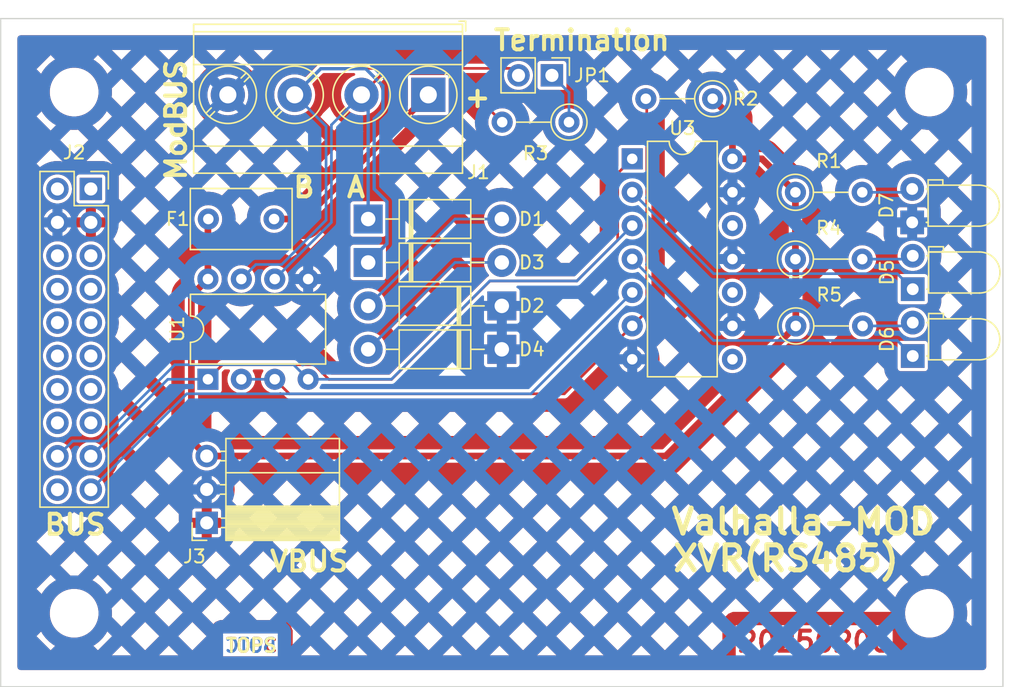
<source format=kicad_pcb>
(kicad_pcb (version 20240108) (generator "pcbnew") (generator_version "8.0")
  (title_block (title "Valhalla MOD PSU") (date "2025-01-06") (rev "1"))
  (layers (0 "F.Cu" signal) (31 "B.Cu" signal) (34 "B.Paste" user) (35 "F.Paste" user) (36 "B.SilkS" user "B.Silkscreen") (37 "F.SilkS" user "F.Silkscreen") (38 "B.Mask" user) (39 "F.Mask" user) (44 "Edge.Cuts" user))
  (net 0 "")
  (net 1 "/DGND")
  (net 2 "Net-(D1-A)")
  (net 3 "/RS485_N")
  (net 4 "/~{RTS}")
  (net 5 "Net-(D3-A)")
  (net 6 "/RS485_P")
  (net 7 "/RXDI")
  (net 8 "Net-(D5-K)")
  (net 9 "Net-(D5-A)")
  (net 10 "Net-(D6-K)")
  (net 11 "/DVCC")
  (net 12 "Net-(D6-A)")
  (net 13 "Net-(D7-A)")
  (net 14 "/LVCC")
  (net 15 "Net-(J1-Pin_1)")
  (net 17 "/TXDO")
  (net 32 "Net-(JP1-A)")
  (net 33 "Net-(U1-DE)")
  (footprint "Package_DIP:DIP-8_W7.62mm" (layer "F.Cu") (at 84.338 62.982 90)
    (property "Reference" "U1" (at 3.81 -2.33 90) (layer "F.SilkS"))
    (property "Value" "*1")
    (fp_line (start 6.46 -1.33) (end 4.81 -1.33) (stroke (width 0.12)) (layer "F.SilkS"))
    (fp_line (start 2.81 -1.33) (end 1.16 -1.33) (stroke (width 0.12)) (layer "F.SilkS"))
    (fp_line (start 1.16 -1.33) (end 1.16 8.95) (stroke (width 0.12)) (layer "F.SilkS"))
    (fp_line (start 6.46 8.95) (end 6.46 -1.33) (stroke (width 0.12)) (layer "F.SilkS"))
    (fp_line (start 1.16 8.95) (end 6.46 8.95) (stroke (width 0.12)) (layer "F.SilkS"))
    (fp_arc (start 4.81 -1.33) (mid 3.81 -0.33) (end 2.81 -1.33) (stroke (width 0.12)) (layer "F.SilkS"))
    (pad "1" thru_hole rect (at 0 0 90) (size 1.6 1.6) (drill 0.8) (layers "*.Cu" "*.Mask") (net 7 "/RXDI"))
    (pad "2" thru_hole oval (at 0 2.54 90) (size 1.6 1.6) (drill 0.8) (layers "*.Cu" "*.Mask") (net 33 "Net-(U1-DE)"))
    (pad "3" thru_hole oval (at 0 5.08 90) (size 1.6 1.6) (drill 0.8) (layers "*.Cu" "*.Mask") (net 33 "Net-(U1-DE)"))
    (pad "4" thru_hole oval (at 0 7.62 90) (size 1.6 1.6) (drill 0.8) (layers "*.Cu" "*.Mask") (net 17 "/TXDO"))
    (pad "5" thru_hole oval (at 7.62 7.62 90) (size 1.6 1.6) (drill 0.8) (layers "*.Cu" "*.Mask") (net 1 "/DGND"))
    (pad "6" thru_hole oval (at 7.62 5.08 90) (size 1.6 1.6) (drill 0.8) (layers "*.Cu" "*.Mask") (net 3 "/RS485_N"))
    (pad "7" thru_hole oval (at 7.62 2.54 90) (size 1.6 1.6) (drill 0.8) (layers "*.Cu" "*.Mask") (net 6 "/RS485_P"))
    (pad "8" thru_hole oval (at 7.62 0 90) (size 1.6 1.6) (drill 0.8) (layers "*.Cu" "*.Mask") (net 14 "/LVCC"))
  )
  (footprint "Package_DIP:DIP-14_W7.62mm" (layer "F.Cu") (at 116.596 46.223)
    (property "Reference" "U3" (at 3.81 -2.33 0) (layer "F.SilkS"))
    (property "Value" "74LS06")
    (fp_line (start 1.16 -1.33) (end 1.16 16.57) (stroke (width 0.12)) (layer "F.SilkS"))
    (fp_line (start 1.16 16.57) (end 6.46 16.57) (stroke (width 0.12)) (layer "F.SilkS"))
    (fp_line (start 2.81 -1.33) (end 1.16 -1.33) (stroke (width 0.12)) (layer "F.SilkS"))
    (fp_line (start 6.46 -1.33) (end 4.81 -1.33) (stroke (width 0.12)) (layer "F.SilkS"))
    (fp_line (start 6.46 16.57) (end 6.46 -1.33) (stroke (width 0.12)) (layer "F.SilkS"))
    (fp_arc (start 4.81 -1.33) (mid 3.81 -0.33) (end 2.81 -1.33) (stroke (width 0.12)) (layer "F.SilkS"))
    (pad "1" thru_hole rect (at 0 0) (size 1.6 1.6) (drill 0.8) (layers "*.Cu" "*.Mask") (net 7 "/RXDI"))
    (pad "2" thru_hole oval (at 0 2.54) (size 1.6 1.6) (drill 0.8) (layers "*.Cu" "*.Mask") (net 8 "Net-(D5-K)"))
    (pad "3" thru_hole oval (at 0 5.08) (size 1.6 1.6) (drill 0.8) (layers "*.Cu" "*.Mask") (net 17 "/TXDO"))
    (pad "4" thru_hole oval (at 0 7.62) (size 1.6 1.6) (drill 0.8) (layers "*.Cu" "*.Mask") (net 10 "Net-(D6-K)"))
    (pad "5" thru_hole oval (at 0 10.16) (size 1.6 1.6) (drill 0.8) (layers "*.Cu" "*.Mask") (net 4 "/~{RTS}"))
    (pad "6" thru_hole oval (at 0 12.7) (size 1.6 1.6) (drill 0.8) (layers "*.Cu" "*.Mask") (net 33 "Net-(U1-DE)"))
    (pad "7" thru_hole oval (at 0 15.24) (size 1.6 1.6) (drill 0.8) (layers "*.Cu" "*.Mask") (net 1 "/DGND"))
    (pad "8" thru_hole oval (at 7.62 15.24) (size 1.6 1.6) (drill 0.8) (layers "*.Cu" "*.Mask"))
    (pad "9" thru_hole oval (at 7.62 12.7) (size 1.6 1.6) (drill 0.8) (layers "*.Cu" "*.Mask") (net 1 "/DGND"))
    (pad "10" thru_hole oval (at 7.62 10.16) (size 1.6 1.6) (drill 0.8) (layers "*.Cu" "*.Mask"))
    (pad "11" thru_hole oval (at 7.62 7.62) (size 1.6 1.6) (drill 0.8) (layers "*.Cu" "*.Mask") (net 1 "/DGND"))
    (pad "12" thru_hole oval (at 7.62 5.08) (size 1.6 1.6) (drill 0.8) (layers "*.Cu" "*.Mask"))
    (pad "13" thru_hole oval (at 7.62 2.54) (size 1.6 1.6) (drill 0.8) (layers "*.Cu" "*.Mask") (net 1 "/DGND"))
    (pad "14" thru_hole oval (at 7.62 0) (size 1.6 1.6) (drill 0.8) (layers "*.Cu" "*.Mask") (net 14 "/LVCC"))
  )
  (footprint "Resistor_THT:R_Axial_DIN0207_L6.3mm_D2.5mm_P5.08mm_Vertical" (layer "F.Cu") (at 129.003 48.768)
    (property "Reference" "R1" (at 2.54 -2.37 0) (layer "F.SilkS"))
    (property "Value" "*3")
    (fp_line (start 1.37 0) (end 3.98 0) (stroke (width 0.12)) (layer "F.SilkS"))
    (fp_circle (center 0 0) (end 1.37 0) (stroke (width 0.12)) (fill none) (layer "F.SilkS"))
    (pad "1" thru_hole circle (at 0 0) (size 1.6 1.6) (drill 0.8) (layers "*.Cu" "*.Mask") (net 14 "/LVCC"))
    (pad "2" thru_hole oval (at 5.08 0) (size 1.6 1.6) (drill 0.8) (layers "*.Cu" "*.Mask") (net 13 "Net-(D7-A)"))
  )
  (footprint "MountingHole:MountingHole_3.2mm_M3_ISO7380" (layer "F.Cu") (at 139.192 41.148)
    (property "Reference" "H1" (hide yes))
    (property "Value" "UI")
    (pad "" np_thru_hole circle (at 0 0) (size 3.2 3.2) (drill 3.2) (layers "*.Cu" "*.Mask"))
  )
  (footprint "Capacitor_THT:C_Disc_D7.5mm_W4.4mm_P5.00mm" (layer "F.Cu") (at 84.368 50.8)
    (property "Reference" "F1" (at -2.326 0 0) (layer "F.SilkS"))
    (property "Value" "250mA")
    (fp_line (start -1.37 -2.321) (end -1.37 2.321) (stroke (width 0.12)) (layer "F.SilkS"))
    (fp_line (start -1.37 -2.321) (end 6.37 -2.321) (stroke (width 0.12)) (layer "F.SilkS"))
    (fp_line (start -1.37 2.321) (end 6.37 2.321) (stroke (width 0.12)) (layer "F.SilkS"))
    (fp_line (start 6.37 -2.321) (end 6.37 2.321) (stroke (width 0.12)) (layer "F.SilkS"))
    (pad "1" thru_hole circle (at 0 0) (size 1.6 1.6) (drill 0.8) (layers "*.Cu" "*.Mask") (net 14 "/LVCC"))
    (pad "2" thru_hole circle (at 5 0) (size 1.6 1.6) (drill 0.8) (layers "*.Cu" "*.Mask") (net 15 "Net-(J1-Pin_1)"))
  )
  (footprint "Resistor_THT:R_Axial_DIN0207_L6.3mm_D2.5mm_P5.08mm_Vertical" (layer "F.Cu") (at 111.789 43.434 180)
    (property "Reference" "R3" (at 2.54 -2.37 0) (layer "F.SilkS"))
    (property "Value" "120R")
    (fp_line (start 1.37 0) (end 3.98 0) (stroke (width 0.12)) (layer "F.SilkS"))
    (fp_circle (center 0 0) (end 1.37 0) (stroke (width 0.12)) (fill none) (layer "F.SilkS"))
    (pad "1" thru_hole circle (at 0 0 180) (size 1.6 1.6) (drill 0.8) (layers "*.Cu" "*.Mask") (net 32 "Net-(JP1-A)"))
    (pad "2" thru_hole oval (at 5.08 0 180) (size 1.6 1.6) (drill 0.8) (layers "*.Cu" "*.Mask") (net 3 "/RS485_N"))
  )
  (footprint "LED_THT:LED_D3.0mm_Horizontal_O1.27mm_Z2.0mm" (layer "F.Cu") (at 137.922 61.214 90)
    (property "Reference" "D6" (at 1.27 -1.96 90) (layer "F.SilkS"))
    (property "Value" "*2")
    (fp_line (start 2.54 1.08) (end 2.54 1.08) (stroke (width 0.12)) (layer "F.SilkS"))
    (fp_line (start 2.54 1.08) (end 2.54 1.21) (stroke (width 0.12)) (layer "F.SilkS"))
    (fp_line (start 0 1.08) (end 0 1.08) (stroke (width 0.12)) (layer "F.SilkS"))
    (fp_line (start 0 1.08) (end 0 1.21) (stroke (width 0.12)) (layer "F.SilkS"))
    (fp_line (start 3.23 1.21) (end 3.23 2.33) (stroke (width 0.12)) (layer "F.SilkS"))
    (fp_line (start 2.83 1.21) (end 3.23 1.21) (stroke (width 0.12)) (layer "F.SilkS"))
    (fp_line (start 2.83 1.21) (end 2.83 5.07) (stroke (width 0.12)) (layer "F.SilkS"))
    (fp_line (start 2.54 1.21) (end 2.54 1.08) (stroke (width 0.12)) (layer "F.SilkS"))
    (fp_line (start 2.54 1.21) (end 2.54 1.21) (stroke (width 0.12)) (layer "F.SilkS"))
    (fp_line (start 0 1.21) (end 0 1.08) (stroke (width 0.12)) (layer "F.SilkS"))
    (fp_line (start 0 1.21) (end 0 1.21) (stroke (width 0.12)) (layer "F.SilkS"))
    (fp_line (start -0.29 1.21) (end 2.83 1.21) (stroke (width 0.12)) (layer "F.SilkS"))
    (fp_line (start -0.29 1.21) (end -0.29 5.07) (stroke (width 0.12)) (layer "F.SilkS"))
    (fp_line (start 3.23 2.33) (end 2.83 2.33) (stroke (width 0.12)) (layer "F.SilkS"))
    (fp_line (start 2.83 2.33) (end 2.83 1.21) (stroke (width 0.12)) (layer "F.SilkS"))
    (fp_arc (start 2.83 5.07) (mid 1.27 6.63) (end -0.29 5.07) (stroke (width 0.12)) (layer "F.SilkS"))
    (pad "1" thru_hole rect (at 0 0 90) (size 1.8 1.8) (drill 0.9) (layers "*.Cu" "*.Mask") (net 10 "Net-(D6-K)"))
    (pad "2" thru_hole circle (at 2.54 0 90) (size 1.8 1.8) (drill 0.9) (layers "*.Cu" "*.Mask") (net 12 "Net-(D6-A)"))
  )
  (footprint "Diode_THT:D_DO-41_SOD81_P10.16mm_Horizontal" (layer "F.Cu") (at 106.68 57.404 180)
    (property "Reference" "D2" (at -2.286 0 0) (layer "F.SilkS"))
    (property "Value" "7V")
    (fp_line (start 8.82 0) (end 7.8 0) (stroke (width 0.12)) (layer "F.SilkS"))
    (fp_line (start 7.8 1.47) (end 7.8 -1.47) (stroke (width 0.12)) (layer "F.SilkS"))
    (fp_line (start 7.8 -1.47) (end 2.36 -1.47) (stroke (width 0.12)) (layer "F.SilkS"))
    (fp_line (start 3.38 -1.47) (end 3.38 1.47) (stroke (width 0.12)) (layer "F.SilkS"))
    (fp_line (start 3.26 -1.47) (end 3.26 1.47) (stroke (width 0.12)) (layer "F.SilkS"))
    (fp_line (start 3.14 -1.47) (end 3.14 1.47) (stroke (width 0.12)) (layer "F.SilkS"))
    (fp_line (start 2.36 1.47) (end 7.8 1.47) (stroke (width 0.12)) (layer "F.SilkS"))
    (fp_line (start 2.36 -1.47) (end 2.36 1.47) (stroke (width 0.12)) (layer "F.SilkS"))
    (fp_line (start 1.34 0) (end 2.36 0) (stroke (width 0.12)) (layer "F.SilkS"))
    (pad "1" thru_hole rect (at 0 0 180) (size 2.2 2.2) (drill 1.1) (layers "*.Cu" "*.Mask") (net 1 "/DGND"))
    (pad "2" thru_hole oval (at 10.16 0 180) (size 2.2 2.2) (drill 1.1) (layers "*.Cu" "*.Mask") (net 2 "Net-(D1-A)"))
  )
  (footprint "Connector_PinSocket_2.54mm:PinSocket_1x03_P2.54mm_Horizontal" (layer "F.Cu") (at 84.246 73.899 180)
    (property "Reference" "J3" (at 0.934 -2.555 0) (layer "F.SilkS"))
    (property "Value" "POLOLU-4941")
    (fp_line (start 1.11 -1.33) (end 1.11 0) (stroke (width 0.12)) (layer "F.SilkS"))
    (fp_line (start 0 -1.33) (end 1.11 -1.33) (stroke (width 0.12)) (layer "F.SilkS"))
    (fp_line (start -1.46 5.44) (end -1.05 5.44) (stroke (width 0.12)) (layer "F.SilkS"))
    (fp_line (start -1.46 4.72) (end -1.05 4.72) (stroke (width 0.12)) (layer "F.SilkS"))
    (fp_line (start -1.46 2.9) (end -1.05 2.9) (stroke (width 0.12)) (layer "F.SilkS"))
    (fp_line (start -1.46 2.18) (end -1.05 2.18) (stroke (width 0.12)) (layer "F.SilkS"))
    (fp_line (start -1.46 0.36) (end -1.11 0.36) (stroke (width 0.12)) (layer "F.SilkS"))
    (fp_line (start -1.46 -0.36) (end -1.11 -0.36) (stroke (width 0.12)) (layer "F.SilkS"))
    (fp_line (start -1.46 -1.33) (end -1.46 6.41) (stroke (width 0.12)) (layer "F.SilkS"))
    (fp_line (start -10.09 6.41) (end -1.46 6.41) (stroke (width 0.12)) (layer "F.SilkS"))
    (fp_line (start -10.09 3.81) (end -1.46 3.81) (stroke (width 0.12)) (layer "F.SilkS"))
    (fp_line (start -10.09 1.27) (end -1.46 1.27) (stroke (width 0.12)) (layer "F.SilkS"))
    (fp_line (start -10.09 1.1519) (end -1.46 1.1519) (stroke (width 0.12)) (layer "F.SilkS"))
    (fp_line (start -10.09 1.033805) (end -1.46 1.033805) (stroke (width 0.12)) (layer "F.SilkS"))
    (fp_line (start -10.09 0.91571) (end -1.46 0.91571) (stroke (width 0.12)) (layer "F.SilkS"))
    (fp_line (start -10.09 0.797615) (end -1.46 0.797615) (stroke (width 0.12)) (layer "F.SilkS"))
    (fp_line (start -10.09 0.67952) (end -1.46 0.67952) (stroke (width 0.12)) (layer "F.SilkS"))
    (fp_line (start -10.09 0.561425) (end -1.46 0.561425) (stroke (width 0.12)) (layer "F.SilkS"))
    (fp_line (start -10.09 0.44333) (end -1.46 0.44333) (stroke (width 0.12)) (layer "F.SilkS"))
    (fp_line (start -10.09 0.325235) (end -1.46 0.325235) (stroke (width 0.12)) (layer "F.SilkS"))
    (fp_line (start -10.09 0.20714) (end -1.46 0.20714) (stroke (width 0.12)) (layer "F.SilkS"))
    (fp_line (start -10.09 0.089045) (end -1.46 0.089045) (stroke (width 0.12)) (layer "F.SilkS"))
    (fp_line (start -10.09 -0.02905) (end -1.46 -0.02905) (stroke (width 0.12)) (layer "F.SilkS"))
    (fp_line (start -10.09 -0.147145) (end -1.46 -0.147145) (stroke (width 0.12)) (layer "F.SilkS"))
    (fp_line (start -10.09 -0.26524) (end -1.46 -0.26524) (stroke (width 0.12)) (layer "F.SilkS"))
    (fp_line (start -10.09 -0.383335) (end -1.46 -0.383335) (stroke (width 0.12)) (layer "F.SilkS"))
    (fp_line (start -10.09 -0.50143) (end -1.46 -0.50143) (stroke (width 0.12)) (layer "F.SilkS"))
    (fp_line (start -10.09 -0.619525) (end -1.46 -0.619525) (stroke (width 0.12)) (layer "F.SilkS"))
    (fp_line (start -10.09 -0.73762) (end -1.46 -0.73762) (stroke (width 0.12)) (layer "F.SilkS"))
    (fp_line (start -10.09 -0.855715) (end -1.46 -0.855715) (stroke (width 0.12)) (layer "F.SilkS"))
    (fp_line (start -10.09 -0.97381) (end -1.46 -0.97381) (stroke (width 0.12)) (layer "F.SilkS"))
    (fp_line (start -10.09 -1.091905) (end -1.46 -1.091905) (stroke (width 0.12)) (layer "F.SilkS"))
    (fp_line (start -10.09 -1.21) (end -1.46 -1.21) (stroke (width 0.12)) (layer "F.SilkS"))
    (fp_line (start -10.09 -1.33) (end -1.46 -1.33) (stroke (width 0.12)) (layer "F.SilkS"))
    (fp_line (start -10.09 -1.33) (end -10.09 6.41) (stroke (width 0.12)) (layer "F.SilkS"))
    (pad "1" thru_hole rect (at 0 0 180) (size 1.7 1.7) (drill 1) (layers "*.Cu" "*.Mask") (net 11 "/DVCC"))
    (pad "2" thru_hole oval (at 0 2.54 180) (size 1.7 1.7) (drill 1) (layers "*.Cu" "*.Mask") (net 1 "/DGND"))
    (pad "3" thru_hole oval (at 0 5.08 180) (size 1.7 1.7) (drill 1) (layers "*.Cu" "*.Mask") (net 14 "/LVCC"))
  )
  (footprint "MountingHole:MountingHole_3.2mm_M3_ISO7380" (layer "F.Cu") (at 74.168 80.772)
    (property "Reference" "H4" (hide yes))
    (property "Value" "BUS")
    (pad "" np_thru_hole circle (at 0 0) (size 3.2 3.2) (drill 3.2) (layers "*.Cu" "*.Mask"))
  )
  (footprint "Diode_THT:D_DO-41_SOD81_P10.16mm_Horizontal" (layer "F.Cu") (at 106.68 60.706 180)
    (property "Reference" "D4" (at -2.286 0 0) (layer "F.SilkS"))
    (property "Value" "7V")
    (fp_line (start 8.82 0) (end 7.8 0) (stroke (width 0.12)) (layer "F.SilkS"))
    (fp_line (start 7.8 1.47) (end 7.8 -1.47) (stroke (width 0.12)) (layer "F.SilkS"))
    (fp_line (start 7.8 -1.47) (end 2.36 -1.47) (stroke (width 0.12)) (layer "F.SilkS"))
    (fp_line (start 3.38 -1.47) (end 3.38 1.47) (stroke (width 0.12)) (layer "F.SilkS"))
    (fp_line (start 3.26 -1.47) (end 3.26 1.47) (stroke (width 0.12)) (layer "F.SilkS"))
    (fp_line (start 3.14 -1.47) (end 3.14 1.47) (stroke (width 0.12)) (layer "F.SilkS"))
    (fp_line (start 2.36 1.47) (end 7.8 1.47) (stroke (width 0.12)) (layer "F.SilkS"))
    (fp_line (start 2.36 -1.47) (end 2.36 1.47) (stroke (width 0.12)) (layer "F.SilkS"))
    (fp_line (start 1.34 0) (end 2.36 0) (stroke (width 0.12)) (layer "F.SilkS"))
    (pad "1" thru_hole rect (at 0 0 180) (size 2.2 2.2) (drill 1.1) (layers "*.Cu" "*.Mask") (net 1 "/DGND"))
    (pad "2" thru_hole oval (at 10.16 0 180) (size 2.2 2.2) (drill 1.1) (layers "*.Cu" "*.Mask") (net 5 "Net-(D3-A)"))
  )
  (footprint "LED_THT:LED_D3.0mm_Horizontal_O1.27mm_Z2.0mm" (layer "F.Cu") (at 137.881 51.054 90)
    (property "Reference" "D7" (at 1.27 -1.96 90) (layer "F.SilkS"))
    (property "Value" "LED")
    (fp_line (start 2.54 1.08) (end 2.54 1.08) (stroke (width 0.12)) (layer "F.SilkS"))
    (fp_line (start 2.54 1.08) (end 2.54 1.21) (stroke (width 0.12)) (layer "F.SilkS"))
    (fp_line (start 0 1.08) (end 0 1.08) (stroke (width 0.12)) (layer "F.SilkS"))
    (fp_line (start 0 1.08) (end 0 1.21) (stroke (width 0.12)) (layer "F.SilkS"))
    (fp_line (start 3.23 1.21) (end 3.23 2.33) (stroke (width 0.12)) (layer "F.SilkS"))
    (fp_line (start 2.83 1.21) (end 3.23 1.21) (stroke (width 0.12)) (layer "F.SilkS"))
    (fp_line (start 2.83 1.21) (end 2.83 5.07) (stroke (width 0.12)) (layer "F.SilkS"))
    (fp_line (start 2.54 1.21) (end 2.54 1.08) (stroke (width 0.12)) (layer "F.SilkS"))
    (fp_line (start 2.54 1.21) (end 2.54 1.21) (stroke (width 0.12)) (layer "F.SilkS"))
    (fp_line (start 0 1.21) (end 0 1.08) (stroke (width 0.12)) (layer "F.SilkS"))
    (fp_line (start 0 1.21) (end 0 1.21) (stroke (width 0.12)) (layer "F.SilkS"))
    (fp_line (start -0.29 1.21) (end 2.83 1.21) (stroke (width 0.12)) (layer "F.SilkS"))
    (fp_line (start -0.29 1.21) (end -0.29 5.07) (stroke (width 0.12)) (layer "F.SilkS"))
    (fp_line (start 3.23 2.33) (end 2.83 2.33) (stroke (width 0.12)) (layer "F.SilkS"))
    (fp_line (start 2.83 2.33) (end 2.83 1.21) (stroke (width 0.12)) (layer "F.SilkS"))
    (fp_arc (start 2.83 5.07) (mid 1.27 6.63) (end -0.29 5.07) (stroke (width 0.12)) (layer "F.SilkS"))
    (pad "1" thru_hole rect (at 0 0 90) (size 1.8 1.8) (drill 0.9) (layers "*.Cu" "*.Mask") (net 1 "/DGND"))
    (pad "2" thru_hole circle (at 2.54 0 90) (size 1.8 1.8) (drill 0.9) (layers "*.Cu" "*.Mask") (net 13 "Net-(D7-A)"))
  )
  (footprint "Diode_THT:D_DO-41_SOD81_P10.16mm_Horizontal" (layer "F.Cu") (at 96.52 54.102)
    (property "Reference" "D3" (at 12.446 0 0) (layer "F.SilkS"))
    (property "Value" "12V")
    (fp_line (start 1.34 0) (end 2.36 0) (stroke (width 0.12)) (layer "F.SilkS"))
    (fp_line (start 2.36 -1.47) (end 2.36 1.47) (stroke (width 0.12)) (layer "F.SilkS"))
    (fp_line (start 2.36 1.47) (end 7.8 1.47) (stroke (width 0.12)) (layer "F.SilkS"))
    (fp_line (start 3.14 -1.47) (end 3.14 1.47) (stroke (width 0.12)) (layer "F.SilkS"))
    (fp_line (start 3.26 -1.47) (end 3.26 1.47) (stroke (width 0.12)) (layer "F.SilkS"))
    (fp_line (start 3.38 -1.47) (end 3.38 1.47) (stroke (width 0.12)) (layer "F.SilkS"))
    (fp_line (start 7.8 -1.47) (end 2.36 -1.47) (stroke (width 0.12)) (layer "F.SilkS"))
    (fp_line (start 7.8 1.47) (end 7.8 -1.47) (stroke (width 0.12)) (layer "F.SilkS"))
    (fp_line (start 8.82 0) (end 7.8 0) (stroke (width 0.12)) (layer "F.SilkS"))
    (pad "1" thru_hole rect (at 0 0) (size 2.2 2.2) (drill 1.1) (layers "*.Cu" "*.Mask") (net 6 "/RS485_P"))
    (pad "2" thru_hole oval (at 10.16 0) (size 2.2 2.2) (drill 1.1) (layers "*.Cu" "*.Mask") (net 5 "Net-(D3-A)"))
  )
  (footprint "TerminalBlock_Phoenix:TerminalBlock_Phoenix_MKDS-3-4-5.08_1x04_P5.08mm_Horizontal" (layer "F.Cu") (at 101.092 41.356 180)
    (property "Reference" "J1" (at -3.81 -5.888 0) (layer "F.SilkS"))
    (property "Value" "ModBUS")
    (fp_line (start 17.84 -5.96) (end 17.84 5.36) (stroke (width 0.12)) (layer "F.SilkS"))
    (fp_line (start 16.894 -1.388) (end 16.499 -0.992) (stroke (width 0.12)) (layer "F.SilkS"))
    (fp_line (start 16.628 -1.654) (end 16.248 -1.274) (stroke (width 0.12)) (layer "F.SilkS"))
    (fp_line (start 14.233 1.274) (end 13.853 1.654) (stroke (width 0.12)) (layer "F.SilkS"))
    (fp_line (start 13.982 0.992) (end 13.587 1.388) (stroke (width 0.12)) (layer "F.SilkS"))
    (fp_line (start 11.814 -1.388) (end 11.419 -0.992) (stroke (width 0.12)) (layer "F.SilkS"))
    (fp_line (start 11.548 -1.654) (end 11.168 -1.274) (stroke (width 0.12)) (layer "F.SilkS"))
    (fp_line (start 9.153 1.274) (end 8.773 1.654) (stroke (width 0.12)) (layer "F.SilkS"))
    (fp_line (start 8.902 0.992) (end 8.507 1.388) (stroke (width 0.12)) (layer "F.SilkS"))
    (fp_line (start 6.734 -1.388) (end 6.339 -0.992) (stroke (width 0.12)) (layer "F.SilkS"))
    (fp_line (start 6.468 -1.654) (end 6.088 -1.274) (stroke (width 0.12)) (layer "F.SilkS"))
    (fp_line (start 4.073 1.274) (end 3.693 1.654) (stroke (width 0.12)) (layer "F.SilkS"))
    (fp_line (start 3.822 0.992) (end 3.427 1.388) (stroke (width 0.12)) (layer "F.SilkS"))
    (fp_line (start 1.654 -1.388) (end 1.547 -1.281) (stroke (width 0.12)) (layer "F.SilkS"))
    (fp_line (start 1.388 -1.654) (end 1.281 -1.547) (stroke (width 0.12)) (layer "F.SilkS"))
    (fp_line (start -1.282 1.547) (end -1.388 1.654) (stroke (width 0.12)) (layer "F.SilkS"))
    (fp_line (start -1.548 1.281) (end -1.654 1.388) (stroke (width 0.12)) (layer "F.SilkS"))
    (fp_line (start -2.6 5.36) (end 17.84 5.36) (stroke (width 0.12)) (layer "F.SilkS"))
    (fp_line (start -2.6 4.8) (end 17.84 4.8) (stroke (width 0.12)) (layer "F.SilkS"))
    (fp_line (start -2.6 2.3) (end 17.84 2.3) (stroke (width 0.12)) (layer "F.SilkS"))
    (fp_line (start -2.6 -3.9) (end 17.84 -3.9) (stroke (width 0.12)) (layer "F.SilkS"))
    (fp_line (start -2.6 -5.96) (end 17.84 -5.96) (stroke (width 0.12)) (layer "F.SilkS"))
    (fp_line (start -2.6 -5.96) (end -2.6 5.36) (stroke (width 0.12)) (layer "F.SilkS"))
    (fp_line (start -2.84 5.6) (end -2.34 5.6) (stroke (width 0.12)) (layer "F.SilkS"))
    (fp_line (start -2.84 4.86) (end -2.84 5.6) (stroke (width 0.12)) (layer "F.SilkS"))
    (fp_circle (center 15.24 0) (end 17.42 0) (stroke (width 0.12)) (fill none) (layer "F.SilkS"))
    (fp_circle (center 10.16 0) (end 12.34 0) (stroke (width 0.12)) (fill none) (layer "F.SilkS"))
    (fp_circle (center 5.08 0) (end 7.26 0) (stroke (width 0.12)) (fill none) (layer "F.SilkS"))
    (fp_circle (center 0 0) (end 2.18 0) (stroke (width 0.12)) (fill none) (layer "F.SilkS"))
    (pad "1" thru_hole rect (at 0 0 180) (size 2.6 2.6) (drill 1.3) (layers "*.Cu" "*.Mask") (net 15 "Net-(J1-Pin_1)"))
    (pad "2" thru_hole circle (at 5.08 0 180) (size 2.6 2.6) (drill 1.3) (layers "*.Cu" "*.Mask") (net 3 "/RS485_N"))
    (pad "3" thru_hole circle (at 10.16 0 180) (size 2.6 2.6) (drill 1.3) (layers "*.Cu" "*.Mask") (net 6 "/RS485_P"))
    (pad "4" thru_hole circle (at 15.24 0 180) (size 2.6 2.6) (drill 1.3) (layers "*.Cu" "*.Mask") (net 1 "/DGND"))
  )
  (footprint "Resistor_THT:R_Axial_DIN0207_L6.3mm_D2.5mm_P5.08mm_Vertical" (layer "F.Cu") (at 122.711 41.656 180)
    (property "Reference" "R2" (at -2.511 0 0) (layer "F.SilkS"))
    (property "Value" "10K")
    (fp_line (start 1.37 0) (end 3.98 0) (stroke (width 0.12)) (layer "F.SilkS"))
    (fp_circle (center 0 0) (end 1.37 0) (stroke (width 0.12)) (fill none) (layer "F.SilkS"))
    (pad "1" thru_hole circle (at 0 0 180) (size 1.6 1.6) (drill 0.8) (layers "*.Cu" "*.Mask") (net 14 "/LVCC"))
    (pad "2" thru_hole oval (at 5.08 0 180) (size 1.6 1.6) (drill 0.8) (layers "*.Cu" "*.Mask") (net 33 "Net-(U1-DE)"))
  )
  (footprint "Connector_PinHeader_2.54mm:PinHeader_1x02_P2.54mm_Vertical" (layer "F.Cu") (at 110.49 39.878 -90)
    (property "Reference" "JP1" (at 0 -3.048 180) (layer "F.SilkS"))
    (property "Value" "TERMINATION")
    (fp_line (start -1.33 3.87) (end 1.33 3.87) (stroke (width 0.12)) (layer "F.SilkS"))
    (fp_line (start -1.33 1.27) (end -1.33 3.87) (stroke (width 0.12)) (layer "F.SilkS"))
    (fp_line (start -1.33 1.27) (end 1.33 1.27) (stroke (width 0.12)) (layer "F.SilkS"))
    (fp_line (start 1.33 1.27) (end 1.33 3.87) (stroke (width 0.12)) (layer "F.SilkS"))
    (fp_line (start -1.33 0) (end -1.33 -1.33) (stroke (width 0.12)) (layer "F.SilkS"))
    (fp_line (start -1.33 -1.33) (end 0 -1.33) (stroke (width 0.12)) (layer "F.SilkS"))
    (pad "1" thru_hole rect (at 0 0 270) (size 1.7 1.7) (drill 1) (layers "*.Cu" "*.Mask") (net 32 "Net-(JP1-A)"))
    (pad "2" thru_hole oval (at 0 2.54 270) (size 1.7 1.7) (drill 1) (layers "*.Cu" "*.Mask") (net 6 "/RS485_P"))
  )
  (footprint "Resistor_THT:R_Axial_DIN0207_L6.3mm_D2.5mm_P5.08mm_Vertical" (layer "F.Cu") (at 129.003 53.848)
    (property "Reference" "R4" (at 2.54 -2.37 0) (layer "F.SilkS"))
    (property "Value" "*1")
    (fp_line (start 1.37 0) (end 3.98 0) (stroke (width 0.12)) (layer "F.SilkS"))
    (fp_circle (center 0 0) (end 1.37 0) (stroke (width 0.12)) (fill none) (layer "F.SilkS"))
    (pad "1" thru_hole circle (at 0 0) (size 1.6 1.6) (drill 0.8) (layers "*.Cu" "*.Mask") (net 14 "/LVCC"))
    (pad "2" thru_hole oval (at 5.08 0) (size 1.6 1.6) (drill 0.8) (layers "*.Cu" "*.Mask") (net 9 "Net-(D5-A)"))
  )
  (footprint "MountingHole:MountingHole_3.2mm_M3_ISO7380" (layer "F.Cu") (at 139.192 80.772)
    (property "Reference" "H2" (hide yes))
    (property "Value" "UI")
    (pad "" np_thru_hole circle (at 0 0) (size 3.2 3.2) (drill 3.2) (layers "*.Cu" "*.Mask"))
  )
  (footprint "Connector_PinSocket_2.54mm:PinSocket_2x10_P2.54mm_Vertical" (layer "F.Cu") (at 75.438 48.514)
    (property "Reference" "J2" (at -1.27 -2.77 0) (layer "F.SilkS"))
    (property "Value" "BUS")
    (fp_line (start -3.87 -1.33) (end -3.87 24.19) (stroke (width 0.12)) (layer "F.SilkS"))
    (fp_line (start -3.87 -1.33) (end -1.27 -1.33) (stroke (width 0.12)) (layer "F.SilkS"))
    (fp_line (start -3.87 24.19) (end 1.33 24.19) (stroke (width 0.12)) (layer "F.SilkS"))
    (fp_line (start -1.27 -1.33) (end -1.27 1.27) (stroke (width 0.12)) (layer "F.SilkS"))
    (fp_line (start -1.27 1.27) (end 1.33 1.27) (stroke (width 0.12)) (layer "F.SilkS"))
    (fp_line (start 0 -1.33) (end 1.33 -1.33) (stroke (width 0.12)) (layer "F.SilkS"))
    (fp_line (start 1.33 -1.33) (end 1.33 0) (stroke (width 0.12)) (layer "F.SilkS"))
    (fp_line (start 1.33 1.27) (end 1.33 24.19) (stroke (width 0.12)) (layer "F.SilkS"))
    (pad "1" thru_hole rect (at 0 0) (size 1.7 1.7) (drill 1) (layers "*.Cu" "*.Mask"))
    (pad "2" thru_hole oval (at -2.54 0) (size 1.7 1.7) (drill 1) (layers "*.Cu" "*.Mask"))
    (pad "3" thru_hole oval (at 0 2.54) (size 1.7 1.7) (drill 1) (layers "*.Cu" "*.Mask") (net 11 "/DVCC"))
    (pad "4" thru_hole oval (at -2.54 2.54) (size 1.7 1.7) (drill 1) (layers "*.Cu" "*.Mask") (net 1 "/DGND"))
    (pad "5" thru_hole oval (at 0 5.08) (size 1.7 1.7) (drill 1) (layers "*.Cu" "*.Mask"))
    (pad "6" thru_hole oval (at -2.54 5.08) (size 1.7 1.7) (drill 1) (layers "*.Cu" "*.Mask"))
    (pad "7" thru_hole oval (at 0 7.62) (size 1.7 1.7) (drill 1) (layers "*.Cu" "*.Mask"))
    (pad "8" thru_hole oval (at -2.54 7.62) (size 1.7 1.7) (drill 1) (layers "*.Cu" "*.Mask"))
    (pad "9" thru_hole oval (at 0 10.16) (size 1.7 1.7) (drill 1) (layers "*.Cu" "*.Mask"))
    (pad "10" thru_hole oval (at -2.54 10.16) (size 1.7 1.7) (drill 1) (layers "*.Cu" "*.Mask"))
    (pad "11" thru_hole oval (at 0 12.7) (size 1.7 1.7) (drill 1) (layers "*.Cu" "*.Mask"))
    (pad "12" thru_hole oval (at -2.54 12.7) (size 1.7 1.7) (drill 1) (layers "*.Cu" "*.Mask"))
    (pad "13" thru_hole oval (at 0 15.24) (size 1.7 1.7) (drill 1) (layers "*.Cu" "*.Mask"))
    (pad "14" thru_hole oval (at -2.54 15.24) (size 1.7 1.7) (drill 1) (layers "*.Cu" "*.Mask"))
    (pad "15" thru_hole oval (at 0 17.78) (size 1.7 1.7) (drill 1) (layers "*.Cu" "*.Mask"))
    (pad "16" thru_hole oval (at -2.54 17.78) (size 1.7 1.7) (drill 1) (layers "*.Cu" "*.Mask"))
    (pad "17" thru_hole oval (at 0 20.32) (size 1.7 1.7) (drill 1) (layers "*.Cu" "*.Mask") (net 7 "/RXDI"))
    (pad "18" thru_hole oval (at -2.54 20.32) (size 1.7 1.7) (drill 1) (layers "*.Cu" "*.Mask") (net 17 "/TXDO"))
    (pad "19" thru_hole oval (at 0 22.86) (size 1.7 1.7) (drill 1) (layers "*.Cu" "*.Mask") (net 4 "/~{RTS}"))
    (pad "20" thru_hole oval (at -2.54 22.86) (size 1.7 1.7) (drill 1) (layers "*.Cu" "*.Mask"))
  )
  (footprint "LED_THT:LED_D3.0mm_Horizontal_O1.27mm_Z2.0mm" (layer "F.Cu") (at 137.922 56.134 90)
    (property "Reference" "D5" (at 1.27 -1.96 90) (layer "F.SilkS"))
    (property "Value" "*2")
    (fp_line (start 2.54 1.08) (end 2.54 1.08) (stroke (width 0.12)) (layer "F.SilkS"))
    (fp_line (start 2.54 1.08) (end 2.54 1.21) (stroke (width 0.12)) (layer "F.SilkS"))
    (fp_line (start 0 1.08) (end 0 1.08) (stroke (width 0.12)) (layer "F.SilkS"))
    (fp_line (start 0 1.08) (end 0 1.21) (stroke (width 0.12)) (layer "F.SilkS"))
    (fp_line (start 3.23 1.21) (end 3.23 2.33) (stroke (width 0.12)) (layer "F.SilkS"))
    (fp_line (start 2.83 1.21) (end 3.23 1.21) (stroke (width 0.12)) (layer "F.SilkS"))
    (fp_line (start 2.83 1.21) (end 2.83 5.07) (stroke (width 0.12)) (layer "F.SilkS"))
    (fp_line (start 2.54 1.21) (end 2.54 1.08) (stroke (width 0.12)) (layer "F.SilkS"))
    (fp_line (start 2.54 1.21) (end 2.54 1.21) (stroke (width 0.12)) (layer "F.SilkS"))
    (fp_line (start 0 1.21) (end 0 1.08) (stroke (width 0.12)) (layer "F.SilkS"))
    (fp_line (start 0 1.21) (end 0 1.21) (stroke (width 0.12)) (layer "F.SilkS"))
    (fp_line (start -0.29 1.21) (end 2.83 1.21) (stroke (width 0.12)) (layer "F.SilkS"))
    (fp_line (start -0.29 1.21) (end -0.29 5.07) (stroke (width 0.12)) (layer "F.SilkS"))
    (fp_line (start 3.23 2.33) (end 2.83 2.33) (stroke (width 0.12)) (layer "F.SilkS"))
    (fp_line (start 2.83 2.33) (end 2.83 1.21) (stroke (width 0.12)) (layer "F.SilkS"))
    (fp_arc (start 2.83 5.07) (mid 1.27 6.63) (end -0.29 5.07) (stroke (width 0.12)) (layer "F.SilkS"))
    (pad "1" thru_hole rect (at 0 0 90) (size 1.8 1.8) (drill 0.9) (layers "*.Cu" "*.Mask") (net 8 "Net-(D5-K)"))
    (pad "2" thru_hole circle (at 2.54 0 90) (size 1.8 1.8) (drill 0.9) (layers "*.Cu" "*.Mask") (net 9 "Net-(D5-A)"))
  )
  (footprint "Diode_THT:D_DO-41_SOD81_P10.16mm_Horizontal" (layer "F.Cu") (at 96.52 50.8)
    (property "Reference" "D1" (at 12.446 0 0) (layer "F.SilkS"))
    (property "Value" "12V")
    (fp_line (start 1.34 0) (end 2.36 0) (stroke (width 0.12)) (layer "F.SilkS"))
    (fp_line (start 2.36 -1.47) (end 2.36 1.47) (stroke (width 0.12)) (layer "F.SilkS"))
    (fp_line (start 2.36 1.47) (end 7.8 1.47) (stroke (width 0.12)) (layer "F.SilkS"))
    (fp_line (start 3.14 -1.47) (end 3.14 1.47) (stroke (width 0.12)) (layer "F.SilkS"))
    (fp_line (start 3.26 -1.47) (end 3.26 1.47) (stroke (width 0.12)) (layer "F.SilkS"))
    (fp_line (start 3.38 -1.47) (end 3.38 1.47) (stroke (width 0.12)) (layer "F.SilkS"))
    (fp_line (start 7.8 -1.47) (end 2.36 -1.47) (stroke (width 0.12)) (layer "F.SilkS"))
    (fp_line (start 7.8 1.47) (end 7.8 -1.47) (stroke (width 0.12)) (layer "F.SilkS"))
    (fp_line (start 8.82 0) (end 7.8 0) (stroke (width 0.12)) (layer "F.SilkS"))
    (pad "1" thru_hole rect (at 0 0) (size 2.2 2.2) (drill 1.1) (layers "*.Cu" "*.Mask") (net 3 "/RS485_N"))
    (pad "2" thru_hole oval (at 10.16 0) (size 2.2 2.2) (drill 1.1) (layers "*.Cu" "*.Mask") (net 2 "Net-(D1-A)"))
  )
  (footprint "Resistor_THT:R_Axial_DIN0207_L6.3mm_D2.5mm_P5.08mm_Vertical" (layer "F.Cu") (at 129.032 58.928)
    (property "Reference" "R5" (at 2.54 -2.37 0) (layer "F.SilkS"))
    (property "Value" "*1")
    (fp_line (start 1.37 0) (end 3.98 0) (stroke (width 0.12)) (layer "F.SilkS"))
    (fp_circle (center 0 0) (end 1.37 0) (stroke (width 0.12)) (fill none) (layer "F.SilkS"))
    (pad "1" thru_hole circle (at 0 0) (size 1.6 1.6) (drill 0.8) (layers "*.Cu" "*.Mask") (net 14 "/LVCC"))
    (pad "2" thru_hole oval (at 5.08 0) (size 1.6 1.6) (drill 0.8) (layers "*.Cu" "*.Mask") (net 12 "Net-(D6-A)"))
  )
  (footprint "MountingHole:MountingHole_3.2mm_M3_ISO7380" (layer "F.Cu") (at 74.168 41.148)
    (property "Reference" "H3" (hide yes))
    (property "Value" "BUS")
    (pad "" np_thru_hole circle (at 0 0) (size 3.2 3.2) (drill 3.2) (layers "*.Cu" "*.Mask"))
  )
  (gr_rect (start 68.58 35.56) (end 144.78 86.36) (stroke (width 0.1)) (fill none) (layer "Edge.Cuts"))
  (gr_text "20250206" (at 124.46 83.82 0) (layer "F.Cu") (effects (font (size 1.524 1.524) (thickness 0.3048) (bold yes)) (justify left bottom)))
  (gr_text "TOPC" (at 85.598 83.82 0) (layer "F.Cu") (effects (font (size 1.016 1.016) (thickness 0.2032) (bold yes)) (justify left bottom)))
  (gr_text "BOTC" (at 89.662 83.82 0) (layer "B.Cu") (effects (font (size 1.016 1.016) (thickness 0.2032) (bold yes)) (justify left bottom mirror)))
  (gr_text "VBUS" (at 88.9 77.724 0) (layer "F.SilkS") (effects (font (size 1.524 1.524) (thickness 0.3048) (bold yes)) (justify left bottom)))
  (gr_text "ModBUS" (at 82.804 48.006 90) (layer "F.SilkS") (effects (font (size 1.524 1.524) (thickness 0.3048) (bold yes)) (justify left bottom)))
  (gr_text "Termination" (at 105.918 38.1 0) (layer "F.SilkS") (effects (font (size 1.524 1.524) (thickness 0.3048) (bold yes)) (justify left bottom)))
  (gr_text "BUS" (at 71.755 74.93 0) (layer "F.SilkS") (effects (font (size 1.524 1.524) (thickness 0.3048) (bold yes)) (justify left bottom)))
  (gr_text "XVR(RS485)" (at 119.507 77.724 0) (layer "F.SilkS") (effects (font (size 1.905 1.905) (thickness 0.381) (bold yes)) (justify left bottom)))
  (gr_text "+" (at 103.692 42.418 0) (layer "F.SilkS") (effects (font (size 1.524 1.524) (thickness 0.3048) (bold yes)) (justify left bottom)))
  (gr_text "Valhalla-MOD" (at 119.38 74.93 0) (layer "F.SilkS") (effects (font (size 1.905 1.905) (thickness 0.381) (bold yes)) (justify left bottom)))
  (gr_text "TOPS" (at 85.598 83.82 0) (layer "F.SilkS") (effects (font (size 1.016 1.016) (thickness 0.2032) (bold yes)) (justify left bottom)))
  (gr_text "B" (at 90.678 49.276 0) (layer "F.SilkS") (effects (font (size 1.524 1.524) (thickness 0.3048) (bold yes)) (justify left bottom)))
  (gr_text "A" (at 94.742 49.276 0) (layer "F.SilkS") (effects (font (size 1.524 1.524) (thickness 0.3048) (bold yes)) (justify left bottom)))
  (segment (start 103.124 50.8) (end 96.52 57.404) (width 0.2032) (layer "B.Cu") (net 2))
  (segment (start 106.68 50.8) (end 103.124 50.8) (width 0.2032) (layer "B.Cu") (net 2))
  (segment (start 103.0262 39.7512) (end 106.709 43.434) (width 0.2032) (layer "F.Cu") (net 3))
  (segment (start 96.012 41.356) (end 97.6168 39.7512) (width 0.2032) (layer "F.Cu") (net 3))
  (segment (start 97.6168 39.7512) (end 103.0262 39.7512) (width 0.2032) (layer "F.Cu") (net 3))
  (segment (start 93.726 51.054) (end 93.726 43.642) (width 0.2032) (layer "B.Cu") (net 3))
  (segment (start 96.52 50.8) (end 96.52 41.864) (width 0.254) (layer "B.Cu") (net 3))
  (segment (start 89.418 55.362) (end 93.726 51.054) (width 0.2032) (layer "B.Cu") (net 3))
  (segment (start 93.726 43.642) (end 96.012 41.356) (width 0.2032) (layer "B.Cu") (net 3))
  (segment (start 82.7252 64.0868) (end 108.8922 64.0868) (width 0.2032) (layer "B.Cu") (net 4))
  (segment (start 108.8922 64.0868) (end 116.596 56.383) (width 0.2032) (layer "B.Cu") (net 4))
  (segment (start 75.438 71.374) (end 82.7252 64.0868) (width 0.2032) (layer "B.Cu") (net 4))
  (segment (start 106.68 54.102) (end 103.124 54.102) (width 0.2032) (layer "B.Cu") (net 5))
  (segment (start 103.124 54.102) (end 96.52 60.706) (width 0.2032) (layer "B.Cu") (net 5))
  (segment (start 92.9432 39.3448) (end 107.4168 39.3448) (width 0.2032) (layer "F.Cu") (net 6))
  (segment (start 90.932 41.356) (end 92.9432 39.3448) (width 0.2032) (layer "F.Cu") (net 6))
  (segment (start 93.3196 43.7436) (end 90.932 41.356) (width 0.2032) (layer "B.Cu") (net 6))
  (segment (start 92.918 39.37) (end 90.932 41.356) (width 0.254) (layer "B.Cu") (net 6))
  (segment (start 87.9828 54.2572) (end 89.948064 54.2572) (width 0.2032) (layer "B.Cu") (net 6))
  (segment (start 93.3196 50.885664) (end 93.3196 43.7436) (width 0.2032) (layer "B.Cu") (net 6))
  (segment (start 97.6422 42.515) (end 97.6422 40.680749) (width 0.254) (layer "B.Cu") (net 6))
  (segment (start 97.9502 52.6718) (end 97.9502 49.487) (width 0.254) (layer "B.Cu") (net 6))
  (segment (start 86.878 55.362) (end 87.9828 54.2572) (width 0.2032) (layer "B.Cu") (net 6))
  (segment (start 97.9502 49.487) (end 96.9772 48.514) (width 0.254) (layer "B.Cu") (net 6))
  (segment (start 97.6422 40.680749) (end 96.331451 39.37) (width 0.254) (layer "B.Cu") (net 6))
  (segment (start 96.331451 39.37) (end 92.918 39.37) (width 0.254) (layer "B.Cu") (net 6))
  (segment (start 96.52 54.102) (end 97.9502 52.6718) (width 0.254) (layer "B.Cu") (net 6))
  (segment (start 107.4168 39.3448) (end 107.95 39.878) (width 0.2032) (layer "B.Cu") (net 6))
  (segment (start 96.9772 43.18) (end 97.6422 42.515) (width 0.254) (layer "B.Cu") (net 6))
  (segment (start 89.948064 54.2572) (end 93.3196 50.885664) (width 0.2032) (layer "B.Cu") (net 6))
  (segment (start 96.9772 48.514) (end 96.9772 43.18) (width 0.254) (layer "B.Cu") (net 6))
  (segment (start 84.338 62.982) (end 85.4428 61.8772) (width 0.2032) (layer "F.Cu") (net 7))
  (segment (start 112.3872 55.5068) (end 115.4912 52.4028) (width 0.2032) (layer "F.Cu") (net 7))
  (segment (start 85.4428 61.8772) (end 92.415624 61.8772) (width 0.2032) (layer "F.Cu") (net 7))
  (segment (start 115.4912 47.3278) (end 116.596 46.223) (width 0.2032) (layer "F.Cu") (net 7))
  (segment (start 93.530424 62.992) (end 98.298 62.992) (width 0.2032) (layer "F.Cu") (net 7))
  (segment (start 105.7832 55.5068) (end 112.3872 55.5068) (width 0.2032) (layer "F.Cu") (net 7))
  (segment (start 98.298 62.992) (end 105.7832 55.5068) (width 0.2032) (layer "F.Cu") (net 7))
  (segment (start 115.4912 52.4028) (end 115.4912 47.3278) (width 0.2032) (layer "F.Cu") (net 7))
  (segment (start 92.415624 61.8772) (end 93.530424 62.992) (width 0.2032) (layer "F.Cu") (net 7))
  (segment (start 81.29 62.982) (end 84.338 62.982) (width 0.2032) (layer "B.Cu") (net 7))
  (segment (start 75.438 68.834) (end 81.29 62.982) (width 0.2032) (layer "B.Cu") (net 7))
  (segment (start 116.596 48.763) (end 122.7858 54.9528) (width 0.2032) (layer "B.Cu") (net 8))
  (segment (start 136.7408 54.9528) (end 137.922 56.134) (width 0.2032) (layer "B.Cu") (net 8))
  (segment (start 122.7858 54.9528) (end 136.7408 54.9528) (width 0.2032) (layer "B.Cu") (net 8))
  (segment (start 134.083 53.848) (end 137.668 53.848) (width 0.2032) (layer "B.Cu") (net 9))
  (segment (start 136.7408 60.0328) (end 137.922 61.214) (width 0.2032) (layer "B.Cu") (net 10))
  (segment (start 116.596 53.843) (end 122.7858 60.0328) (width 0.2032) (layer "B.Cu") (net 10))
  (segment (start 122.7858 60.0328) (end 136.7408 60.0328) (width 0.2032) (layer "B.Cu") (net 10))
  (segment (start 134.112 58.928) (end 137.668 58.928) (width 0.2032) (layer "B.Cu") (net 12))
  (segment (start 134.083 48.768) (end 137.627 48.768) (width 0.2032) (layer "B.Cu") (net 13))
  (segment (start 129.003 53.848) (end 129.003 48.768) (width 0.508) (layer "F.Cu") (net 14))
  (segment (start 112.776 68.819) (end 119.141 68.819) (width 0.508) (layer "F.Cu") (net 14))
  (segment (start 129.003 48.768) (end 126.458 46.223) (width 0.508) (layer "F.Cu") (net 14))
  (segment (start 119.141 68.819) (end 129.032 58.928) (width 0.508) (layer "F.Cu") (net 14))
  (segment (start 126.458 46.223) (end 124.216 46.223) (width 0.508) (layer "F.Cu") (net 14))
  (segment (start 83.0808 67.6538) (end 83.0808 56.6192) (width 0.508) (layer "F.Cu") (net 14))
  (segment (start 83.0808 56.6192) (end 84.338 55.362) (width 0.508) (layer "F.Cu") (net 14))
  (segment (start 129.032 58.928) (end 129.032 53.877) (width 0.508) (layer "F.Cu") (net 14))
  (segment (start 84.338 55.362) (end 84.338 50.83) (width 0.508) (layer "F.Cu") (net 14))
  (segment (start 84.246 68.819) (end 112.776 68.819) (width 0.508) (layer "F.Cu") (net 14))
  (segment (start 122.711 41.656) (end 124.216 43.161) (width 0.508) (layer "F.Cu") (net 14))
  (segment (start 84.246 68.819) (end 83.0808 67.6538) (width 0.508) (layer "F.Cu") (net 14))
  (segment (start 124.216 43.161) (end 124.216 46.223) (width 0.508) (layer "F.Cu") (net 14))
  (segment (start 89.368 50.8) (end 91.648 50.8) (width 0.508) (layer "F.Cu") (net 15))
  (segment (start 91.648 50.8) (end 101.092 41.356) (width 0.508) (layer "F.Cu") (net 15))
  (segment (start 72.898 68.834) (end 74.0528 67.6792) (width 0.2032) (layer "B.Cu") (net 17))
  (segment (start 91.958 62.982) (end 98.2924 62.982) (width 0.2032) (layer "B.Cu") (net 17))
  (segment (start 105.7676 55.5068) (end 112.3922 55.5068) (width 0.2032) (layer "B.Cu") (net 17))
  (segment (start 81.820064 61.8772) (end 90.8532 61.8772) (width 0.2032) (layer "B.Cu") (net 17))
  (segment (start 76.018064 67.6792) (end 81.820064 61.8772) (width 0.2032) (layer "B.Cu") (net 17))
  (segment (start 74.0528 67.6792) (end 76.018064 67.6792) (width 0.2032) (layer "B.Cu") (net 17))
  (segment (start 90.8532 61.8772) (end 91.958 62.982) (width 0.2032) (layer "B.Cu") (net 17))
  (segment (start 98.2924 62.982) (end 105.7676 55.5068) (width 0.2032) (layer "B.Cu") (net 17))
  (segment (start 112.3922 55.5068) (end 116.596 51.303) (width 0.2032) (layer "B.Cu") (net 17))
  (segment (start 111.789 43.434) (end 111.789 41.177) (width 0.2032) (layer "B.Cu") (net 32))
  (segment (start 111.789 41.177) (end 110.49 39.878) (width 0.2032) (layer "B.Cu") (net 32))
  (segment (start 117.7008 41.7258) (end 117.631 41.656) (width 0.2032) (layer "F.Cu") (net 33))
  (segment (start 89.418 62.982) (end 90.5228 64.0868) (width 0.2032) (layer "F.Cu") (net 33))
  (segment (start 116.596 58.923) (end 117.7008 57.8182) (width 0.2032) (layer "F.Cu") (net 33))
  (segment (start 111.4322 64.0868) (end 116.596 58.923) (width 0.2032) (layer "F.Cu") (net 33))
  (segment (start 117.7008 57.8182) (end 117.7008 41.7258) (width 0.2032) (layer "F.Cu") (net 33))
  (segment (start 90.5228 64.0868) (end 111.4322 64.0868) (width 0.2032) (layer "F.Cu") (net 33))
  (segment (start 86.878 62.982) (end 89.418 62.982) (width 0.2032) (layer "B.Cu") (net 33))
  (zone (net 11) (net_name "/DVCC") (layer "F.Cu") (connect_pads (clearance 0.254)) (min_thickness 0.2032) (fill yes (mode hatch) (thermal_gap 0.254) (thermal_bridge_width 0.762) (smoothing fillet) (radius 0.254) (hatch_thickness 1.016) (hatch_gap 1.524) (hatch_orientation 45) (hatch_border_algorithm hatch_thickness) (hatch_min_hole_area 0.3))
    (polygon (pts (xy 69.85 36.83) (xy 143.51 36.83) (xy 143.51 85.09) (xy 69.85 85.09)))
  )
  (zone (net 1) (net_name "/DGND") (layer "B.Cu") (connect_pads (clearance 0.254)) (min_thickness 0.2032) (fill yes (mode hatch) (thermal_gap 0.254) (thermal_bridge_width 0.762) (smoothing fillet) (radius 0.254) (hatch_thickness 1.016) (hatch_gap 1.524) (hatch_orientation 45) (hatch_border_algorithm hatch_thickness) (hatch_min_hole_area 0.3))
    (polygon (pts (xy 69.85 36.83) (xy 143.51 36.83) (xy 143.51 85.09) (xy 69.85 85.09)))
  )
)
</source>
